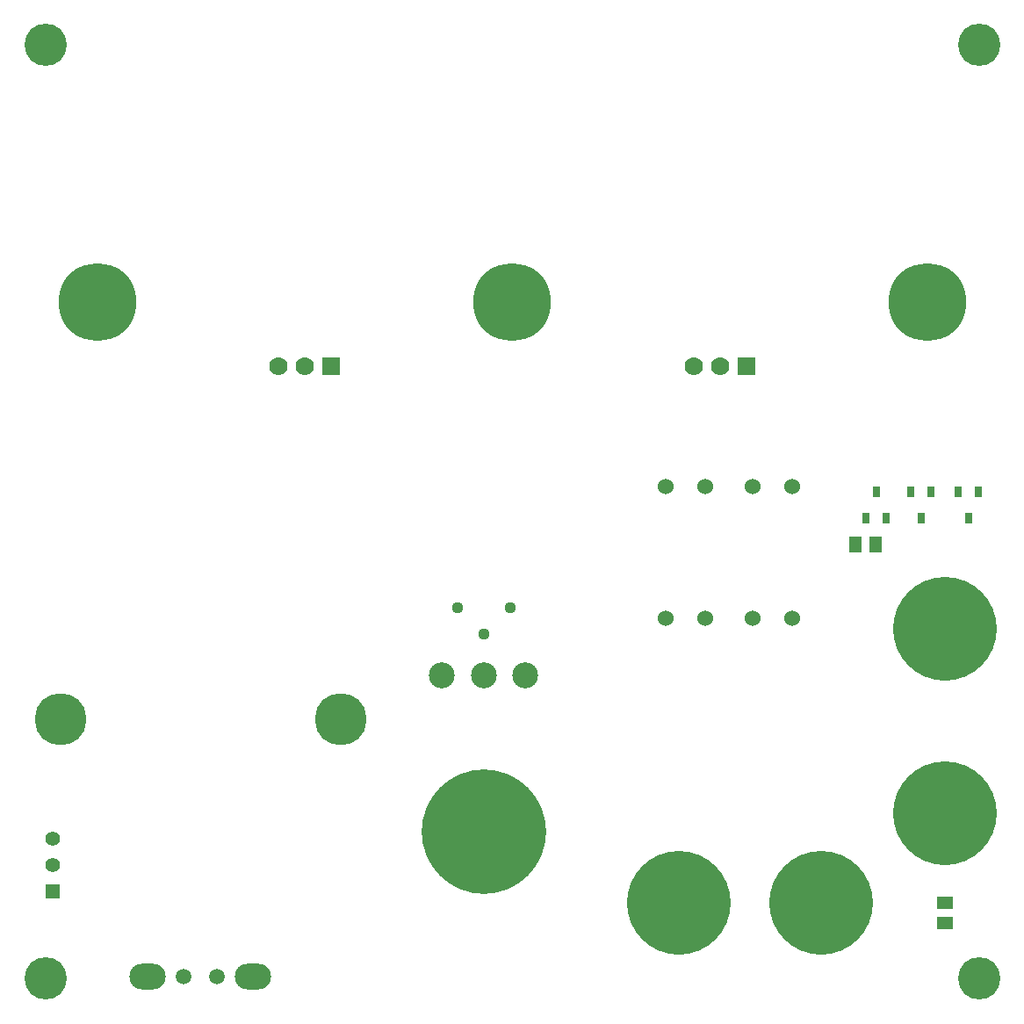
<source format=gbs>
G04 (created by PCBNEW-RS274X (2012-jan-04)-stable) date Tue 05 Jun 2012 07:58:25 AM CEST*
G01*
G70*
G90*
%MOIN*%
G04 Gerber Fmt 3.4, Leading zero omitted, Abs format*
%FSLAX34Y34*%
G04 APERTURE LIST*
%ADD10C,0.006000*%
%ADD11C,0.070000*%
%ADD12R,0.070000X0.070000*%
%ADD13C,0.160000*%
%ADD14R,0.027600X0.039400*%
%ADD15C,0.060000*%
%ADD16C,0.295300*%
%ADD17R,0.051100X0.059000*%
%ADD18R,0.059000X0.051100*%
%ADD19R,0.055000X0.055000*%
%ADD20C,0.055000*%
%ADD21C,0.044000*%
%ADD22C,0.472400*%
%ADD23C,0.098400*%
%ADD24C,0.393700*%
%ADD25C,0.196900*%
%ADD26O,0.137800X0.098400*%
%ADD27C,0.059100*%
G04 APERTURE END LIST*
G54D10*
G54D11*
X63961Y-27559D03*
X64961Y-27559D03*
G54D12*
X65961Y-27559D03*
G54D11*
X48213Y-27559D03*
X49213Y-27559D03*
G54D12*
X50213Y-27559D03*
G54D13*
X39370Y-15354D03*
X74803Y-15354D03*
X39370Y-50787D03*
X74803Y-50787D03*
G54D14*
X72600Y-33300D03*
X72975Y-32300D03*
X72225Y-32300D03*
X74400Y-33300D03*
X74775Y-32300D03*
X74025Y-32300D03*
G54D15*
X67700Y-32100D03*
X67700Y-37100D03*
X66200Y-32100D03*
X66200Y-37100D03*
X64400Y-32100D03*
X64400Y-37100D03*
X62900Y-32100D03*
X62900Y-37100D03*
G54D16*
X72835Y-25118D03*
X41339Y-25118D03*
X57087Y-25118D03*
G54D17*
X70874Y-34300D03*
X70126Y-34300D03*
G54D14*
X70900Y-32300D03*
X70525Y-33300D03*
X71275Y-33300D03*
G54D18*
X73500Y-47926D03*
X73500Y-48674D03*
G54D19*
X39646Y-47496D03*
G54D20*
X39646Y-46496D03*
X39646Y-45496D03*
G54D21*
X57000Y-36700D03*
X56000Y-37700D03*
X55000Y-36700D03*
G54D22*
X56000Y-45200D03*
G54D23*
X56000Y-39294D03*
X54425Y-39294D03*
X57575Y-39294D03*
G54D24*
X73500Y-37500D03*
X73500Y-44500D03*
X68800Y-47900D03*
X63400Y-47900D03*
G54D25*
X50565Y-40950D03*
X39935Y-40950D03*
G54D26*
X47258Y-50714D03*
X43242Y-50714D03*
G54D27*
X45880Y-50714D03*
X44620Y-50714D03*
M02*

</source>
